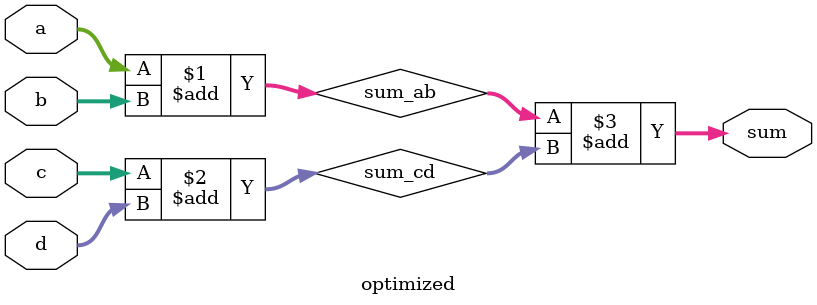
<source format=v>

module optimized(
    input [7:0] a,
    input [7:0] b,
    input [7:0] c,
    input [7:0] d,
    output [9:0] sum  // Output width increased to handle potential overflow
);

    // Intermediate sums - shared subexpressions
    wire [8:0] sum_ab;
    wire [8:0] sum_cd;

    // Calculate partial sums
    assign sum_ab = a + b;  // First pair
    assign sum_cd = c + d;  // Second pair

    // Calculate final sum using shared subexpressions
    assign sum = sum_ab + sum_cd;

endmodule

</source>
